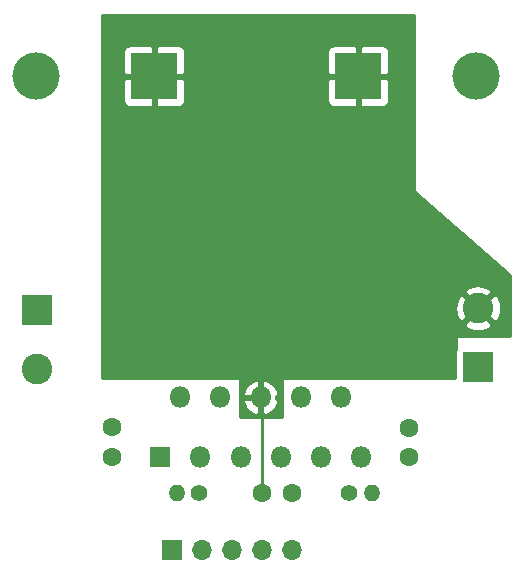
<source format=gtl>
G04 #@! TF.GenerationSoftware,KiCad,Pcbnew,(5.1.10)-1*
G04 #@! TF.CreationDate,2021-11-01T20:38:17+03:00*
G04 #@! TF.ProjectId,cmd_module_booster,636d645f-6d6f-4647-956c-655f626f6f73,rev?*
G04 #@! TF.SameCoordinates,Original*
G04 #@! TF.FileFunction,Copper,L1,Top*
G04 #@! TF.FilePolarity,Positive*
%FSLAX46Y46*%
G04 Gerber Fmt 4.6, Leading zero omitted, Abs format (unit mm)*
G04 Created by KiCad (PCBNEW (5.1.10)-1) date 2021-11-01 20:38:17*
%MOMM*%
%LPD*%
G01*
G04 APERTURE LIST*
G04 #@! TA.AperFunction,ComponentPad*
%ADD10O,1.700000X1.700000*%
G04 #@! TD*
G04 #@! TA.AperFunction,ComponentPad*
%ADD11R,1.700000X1.700000*%
G04 #@! TD*
G04 #@! TA.AperFunction,ComponentPad*
%ADD12C,2.600000*%
G04 #@! TD*
G04 #@! TA.AperFunction,ComponentPad*
%ADD13R,2.600000X2.600000*%
G04 #@! TD*
G04 #@! TA.AperFunction,ComponentPad*
%ADD14C,4.000000*%
G04 #@! TD*
G04 #@! TA.AperFunction,ComponentPad*
%ADD15R,4.000000X4.000000*%
G04 #@! TD*
G04 #@! TA.AperFunction,ComponentPad*
%ADD16O,1.800000X1.800000*%
G04 #@! TD*
G04 #@! TA.AperFunction,ComponentPad*
%ADD17R,1.800000X1.800000*%
G04 #@! TD*
G04 #@! TA.AperFunction,ComponentPad*
%ADD18O,1.400000X1.400000*%
G04 #@! TD*
G04 #@! TA.AperFunction,ComponentPad*
%ADD19C,1.400000*%
G04 #@! TD*
G04 #@! TA.AperFunction,ComponentPad*
%ADD20C,1.600000*%
G04 #@! TD*
G04 #@! TA.AperFunction,Conductor*
%ADD21C,0.250000*%
G04 #@! TD*
G04 #@! TA.AperFunction,Conductor*
%ADD22C,0.254000*%
G04 #@! TD*
G04 #@! TA.AperFunction,Conductor*
%ADD23C,0.150000*%
G04 #@! TD*
G04 APERTURE END LIST*
D10*
X119380000Y-156972000D03*
X116840000Y-156972000D03*
X114300000Y-156972000D03*
X111760000Y-156972000D03*
D11*
X109220000Y-156972000D03*
D12*
X135128000Y-136478000D03*
D13*
X135128000Y-141478000D03*
D14*
X97696000Y-116840000D03*
D15*
X107696000Y-116840000D03*
D14*
X134968000Y-116840000D03*
D15*
X124968000Y-116840000D03*
D16*
X125204000Y-149098000D03*
X123504000Y-144018000D03*
X121804000Y-149098000D03*
X120104000Y-144018000D03*
X118404000Y-149098000D03*
X116704000Y-144018000D03*
X115004000Y-149098000D03*
X113304000Y-144018000D03*
X111604000Y-149098000D03*
X109904000Y-144018000D03*
D17*
X108204000Y-149098000D03*
D18*
X109606000Y-152146000D03*
D19*
X111506000Y-152146000D03*
D18*
X126106000Y-152146000D03*
D19*
X124206000Y-152146000D03*
D12*
X97790000Y-141652000D03*
D13*
X97790000Y-136652000D03*
D20*
X129286000Y-146598000D03*
X129286000Y-149098000D03*
X104140000Y-149058000D03*
X104140000Y-146558000D03*
X119340000Y-152146000D03*
X116840000Y-152146000D03*
D21*
X116840000Y-144154000D02*
X116704000Y-144018000D01*
X116840000Y-152146000D02*
X116840000Y-144154000D01*
D22*
X129667000Y-130937000D02*
X103251000Y-130937000D01*
X103251000Y-118840000D01*
X105057928Y-118840000D01*
X105070188Y-118964482D01*
X105106498Y-119084180D01*
X105165463Y-119194494D01*
X105244815Y-119291185D01*
X105341506Y-119370537D01*
X105451820Y-119429502D01*
X105571518Y-119465812D01*
X105696000Y-119478072D01*
X107410250Y-119475000D01*
X107569000Y-119316250D01*
X107569000Y-116967000D01*
X107823000Y-116967000D01*
X107823000Y-119316250D01*
X107981750Y-119475000D01*
X109696000Y-119478072D01*
X109820482Y-119465812D01*
X109940180Y-119429502D01*
X110050494Y-119370537D01*
X110147185Y-119291185D01*
X110226537Y-119194494D01*
X110285502Y-119084180D01*
X110321812Y-118964482D01*
X110334072Y-118840000D01*
X122329928Y-118840000D01*
X122342188Y-118964482D01*
X122378498Y-119084180D01*
X122437463Y-119194494D01*
X122516815Y-119291185D01*
X122613506Y-119370537D01*
X122723820Y-119429502D01*
X122843518Y-119465812D01*
X122968000Y-119478072D01*
X124682250Y-119475000D01*
X124841000Y-119316250D01*
X124841000Y-116967000D01*
X125095000Y-116967000D01*
X125095000Y-119316250D01*
X125253750Y-119475000D01*
X126968000Y-119478072D01*
X127092482Y-119465812D01*
X127212180Y-119429502D01*
X127322494Y-119370537D01*
X127419185Y-119291185D01*
X127498537Y-119194494D01*
X127557502Y-119084180D01*
X127593812Y-118964482D01*
X127606072Y-118840000D01*
X127603000Y-117125750D01*
X127444250Y-116967000D01*
X125095000Y-116967000D01*
X124841000Y-116967000D01*
X122491750Y-116967000D01*
X122333000Y-117125750D01*
X122329928Y-118840000D01*
X110334072Y-118840000D01*
X110331000Y-117125750D01*
X110172250Y-116967000D01*
X107823000Y-116967000D01*
X107569000Y-116967000D01*
X105219750Y-116967000D01*
X105061000Y-117125750D01*
X105057928Y-118840000D01*
X103251000Y-118840000D01*
X103251000Y-114840000D01*
X105057928Y-114840000D01*
X105061000Y-116554250D01*
X105219750Y-116713000D01*
X107569000Y-116713000D01*
X107569000Y-114363750D01*
X107823000Y-114363750D01*
X107823000Y-116713000D01*
X110172250Y-116713000D01*
X110331000Y-116554250D01*
X110334072Y-114840000D01*
X122329928Y-114840000D01*
X122333000Y-116554250D01*
X122491750Y-116713000D01*
X124841000Y-116713000D01*
X124841000Y-114363750D01*
X125095000Y-114363750D01*
X125095000Y-116713000D01*
X127444250Y-116713000D01*
X127603000Y-116554250D01*
X127606072Y-114840000D01*
X127593812Y-114715518D01*
X127557502Y-114595820D01*
X127498537Y-114485506D01*
X127419185Y-114388815D01*
X127322494Y-114309463D01*
X127212180Y-114250498D01*
X127092482Y-114214188D01*
X126968000Y-114201928D01*
X125253750Y-114205000D01*
X125095000Y-114363750D01*
X124841000Y-114363750D01*
X124682250Y-114205000D01*
X122968000Y-114201928D01*
X122843518Y-114214188D01*
X122723820Y-114250498D01*
X122613506Y-114309463D01*
X122516815Y-114388815D01*
X122437463Y-114485506D01*
X122378498Y-114595820D01*
X122342188Y-114715518D01*
X122329928Y-114840000D01*
X110334072Y-114840000D01*
X110321812Y-114715518D01*
X110285502Y-114595820D01*
X110226537Y-114485506D01*
X110147185Y-114388815D01*
X110050494Y-114309463D01*
X109940180Y-114250498D01*
X109820482Y-114214188D01*
X109696000Y-114201928D01*
X107981750Y-114205000D01*
X107823000Y-114363750D01*
X107569000Y-114363750D01*
X107410250Y-114205000D01*
X105696000Y-114201928D01*
X105571518Y-114214188D01*
X105451820Y-114250498D01*
X105341506Y-114309463D01*
X105244815Y-114388815D01*
X105165463Y-114485506D01*
X105106498Y-114595820D01*
X105070188Y-114715518D01*
X105057928Y-114840000D01*
X103251000Y-114840000D01*
X103251000Y-111633000D01*
X129667000Y-111633000D01*
X129667000Y-130937000D01*
G04 #@! TA.AperFunction,Conductor*
D23*
G36*
X129667000Y-130937000D02*
G01*
X103251000Y-130937000D01*
X103251000Y-118840000D01*
X105057928Y-118840000D01*
X105070188Y-118964482D01*
X105106498Y-119084180D01*
X105165463Y-119194494D01*
X105244815Y-119291185D01*
X105341506Y-119370537D01*
X105451820Y-119429502D01*
X105571518Y-119465812D01*
X105696000Y-119478072D01*
X107410250Y-119475000D01*
X107569000Y-119316250D01*
X107569000Y-116967000D01*
X107823000Y-116967000D01*
X107823000Y-119316250D01*
X107981750Y-119475000D01*
X109696000Y-119478072D01*
X109820482Y-119465812D01*
X109940180Y-119429502D01*
X110050494Y-119370537D01*
X110147185Y-119291185D01*
X110226537Y-119194494D01*
X110285502Y-119084180D01*
X110321812Y-118964482D01*
X110334072Y-118840000D01*
X122329928Y-118840000D01*
X122342188Y-118964482D01*
X122378498Y-119084180D01*
X122437463Y-119194494D01*
X122516815Y-119291185D01*
X122613506Y-119370537D01*
X122723820Y-119429502D01*
X122843518Y-119465812D01*
X122968000Y-119478072D01*
X124682250Y-119475000D01*
X124841000Y-119316250D01*
X124841000Y-116967000D01*
X125095000Y-116967000D01*
X125095000Y-119316250D01*
X125253750Y-119475000D01*
X126968000Y-119478072D01*
X127092482Y-119465812D01*
X127212180Y-119429502D01*
X127322494Y-119370537D01*
X127419185Y-119291185D01*
X127498537Y-119194494D01*
X127557502Y-119084180D01*
X127593812Y-118964482D01*
X127606072Y-118840000D01*
X127603000Y-117125750D01*
X127444250Y-116967000D01*
X125095000Y-116967000D01*
X124841000Y-116967000D01*
X122491750Y-116967000D01*
X122333000Y-117125750D01*
X122329928Y-118840000D01*
X110334072Y-118840000D01*
X110331000Y-117125750D01*
X110172250Y-116967000D01*
X107823000Y-116967000D01*
X107569000Y-116967000D01*
X105219750Y-116967000D01*
X105061000Y-117125750D01*
X105057928Y-118840000D01*
X103251000Y-118840000D01*
X103251000Y-114840000D01*
X105057928Y-114840000D01*
X105061000Y-116554250D01*
X105219750Y-116713000D01*
X107569000Y-116713000D01*
X107569000Y-114363750D01*
X107823000Y-114363750D01*
X107823000Y-116713000D01*
X110172250Y-116713000D01*
X110331000Y-116554250D01*
X110334072Y-114840000D01*
X122329928Y-114840000D01*
X122333000Y-116554250D01*
X122491750Y-116713000D01*
X124841000Y-116713000D01*
X124841000Y-114363750D01*
X125095000Y-114363750D01*
X125095000Y-116713000D01*
X127444250Y-116713000D01*
X127603000Y-116554250D01*
X127606072Y-114840000D01*
X127593812Y-114715518D01*
X127557502Y-114595820D01*
X127498537Y-114485506D01*
X127419185Y-114388815D01*
X127322494Y-114309463D01*
X127212180Y-114250498D01*
X127092482Y-114214188D01*
X126968000Y-114201928D01*
X125253750Y-114205000D01*
X125095000Y-114363750D01*
X124841000Y-114363750D01*
X124682250Y-114205000D01*
X122968000Y-114201928D01*
X122843518Y-114214188D01*
X122723820Y-114250498D01*
X122613506Y-114309463D01*
X122516815Y-114388815D01*
X122437463Y-114485506D01*
X122378498Y-114595820D01*
X122342188Y-114715518D01*
X122329928Y-114840000D01*
X110334072Y-114840000D01*
X110321812Y-114715518D01*
X110285502Y-114595820D01*
X110226537Y-114485506D01*
X110147185Y-114388815D01*
X110050494Y-114309463D01*
X109940180Y-114250498D01*
X109820482Y-114214188D01*
X109696000Y-114201928D01*
X107981750Y-114205000D01*
X107823000Y-114363750D01*
X107569000Y-114363750D01*
X107410250Y-114205000D01*
X105696000Y-114201928D01*
X105571518Y-114214188D01*
X105451820Y-114250498D01*
X105341506Y-114309463D01*
X105244815Y-114388815D01*
X105165463Y-114485506D01*
X105106498Y-114595820D01*
X105070188Y-114715518D01*
X105057928Y-114840000D01*
X103251000Y-114840000D01*
X103251000Y-111633000D01*
X129667000Y-111633000D01*
X129667000Y-130937000D01*
G37*
G04 #@! TD.AperFunction*
D22*
X118237000Y-143890998D02*
X118074379Y-143890998D01*
X118195036Y-143653260D01*
X118146394Y-143492893D01*
X118016236Y-143221586D01*
X117835649Y-142980884D01*
X117611573Y-142780038D01*
X117352620Y-142626766D01*
X117068741Y-142526959D01*
X116831000Y-142647008D01*
X116831000Y-143891000D01*
X116851000Y-143891000D01*
X116851000Y-144145000D01*
X116831000Y-144145000D01*
X116831000Y-145388992D01*
X117068741Y-145509041D01*
X117352620Y-145409234D01*
X117611573Y-145255962D01*
X117835649Y-145055116D01*
X118016236Y-144814414D01*
X118146394Y-144543107D01*
X118195036Y-144382740D01*
X118074379Y-144145002D01*
X118237000Y-144145002D01*
X118237000Y-145669000D01*
X114935000Y-145669000D01*
X114935000Y-144382740D01*
X115212964Y-144382740D01*
X115261606Y-144543107D01*
X115391764Y-144814414D01*
X115572351Y-145055116D01*
X115796427Y-145255962D01*
X116055380Y-145409234D01*
X116339259Y-145509041D01*
X116577000Y-145388992D01*
X116577000Y-144145000D01*
X115333622Y-144145000D01*
X115212964Y-144382740D01*
X114935000Y-144382740D01*
X114935000Y-143653260D01*
X115212964Y-143653260D01*
X115333622Y-143891000D01*
X116577000Y-143891000D01*
X116577000Y-142647008D01*
X116339259Y-142526959D01*
X116055380Y-142626766D01*
X115796427Y-142780038D01*
X115572351Y-142980884D01*
X115391764Y-143221586D01*
X115261606Y-143492893D01*
X115212964Y-143653260D01*
X114935000Y-143653260D01*
X114935000Y-123063000D01*
X118237000Y-123063000D01*
X118237000Y-143890998D01*
G04 #@! TA.AperFunction,Conductor*
D23*
G36*
X118237000Y-143890998D02*
G01*
X118074379Y-143890998D01*
X118195036Y-143653260D01*
X118146394Y-143492893D01*
X118016236Y-143221586D01*
X117835649Y-142980884D01*
X117611573Y-142780038D01*
X117352620Y-142626766D01*
X117068741Y-142526959D01*
X116831000Y-142647008D01*
X116831000Y-143891000D01*
X116851000Y-143891000D01*
X116851000Y-144145000D01*
X116831000Y-144145000D01*
X116831000Y-145388992D01*
X117068741Y-145509041D01*
X117352620Y-145409234D01*
X117611573Y-145255962D01*
X117835649Y-145055116D01*
X118016236Y-144814414D01*
X118146394Y-144543107D01*
X118195036Y-144382740D01*
X118074379Y-144145002D01*
X118237000Y-144145002D01*
X118237000Y-145669000D01*
X114935000Y-145669000D01*
X114935000Y-144382740D01*
X115212964Y-144382740D01*
X115261606Y-144543107D01*
X115391764Y-144814414D01*
X115572351Y-145055116D01*
X115796427Y-145255962D01*
X116055380Y-145409234D01*
X116339259Y-145509041D01*
X116577000Y-145388992D01*
X116577000Y-144145000D01*
X115333622Y-144145000D01*
X115212964Y-144382740D01*
X114935000Y-144382740D01*
X114935000Y-143653260D01*
X115212964Y-143653260D01*
X115333622Y-143891000D01*
X116577000Y-143891000D01*
X116577000Y-142647008D01*
X116339259Y-142526959D01*
X116055380Y-142626766D01*
X115796427Y-142780038D01*
X115572351Y-142980884D01*
X115391764Y-143221586D01*
X115261606Y-143492893D01*
X115212964Y-143653260D01*
X114935000Y-143653260D01*
X114935000Y-123063000D01*
X118237000Y-123063000D01*
X118237000Y-143890998D01*
G37*
G04 #@! TD.AperFunction*
D22*
X118491000Y-145669000D02*
X117983000Y-145669000D01*
X117983000Y-144858714D01*
X118016236Y-144814414D01*
X118146394Y-144543107D01*
X118195036Y-144382740D01*
X118074378Y-144145000D01*
X117983000Y-144145000D01*
X117983000Y-143891000D01*
X118074378Y-143891000D01*
X118195036Y-143653260D01*
X118146394Y-143492893D01*
X118016236Y-143221586D01*
X117983000Y-143177286D01*
X117983000Y-127381000D01*
X118491000Y-127381000D01*
X118491000Y-145669000D01*
G04 #@! TA.AperFunction,Conductor*
D23*
G36*
X118491000Y-145669000D02*
G01*
X117983000Y-145669000D01*
X117983000Y-144858714D01*
X118016236Y-144814414D01*
X118146394Y-144543107D01*
X118195036Y-144382740D01*
X118074378Y-144145000D01*
X117983000Y-144145000D01*
X117983000Y-143891000D01*
X118074378Y-143891000D01*
X118195036Y-143653260D01*
X118146394Y-143492893D01*
X118016236Y-143221586D01*
X117983000Y-143177286D01*
X117983000Y-127381000D01*
X118491000Y-127381000D01*
X118491000Y-145669000D01*
G37*
G04 #@! TD.AperFunction*
D22*
X137795000Y-133661628D02*
X137795000Y-138811000D01*
X133656606Y-138811000D01*
X132672830Y-137827224D01*
X133958381Y-137827224D01*
X134090317Y-138122312D01*
X134431045Y-138293159D01*
X134798557Y-138394250D01*
X135178729Y-138421701D01*
X135556951Y-138374457D01*
X135918690Y-138254333D01*
X136165683Y-138122312D01*
X136297619Y-137827224D01*
X135128000Y-136657605D01*
X133958381Y-137827224D01*
X132672830Y-137827224D01*
X131374335Y-136528729D01*
X133184299Y-136528729D01*
X133231543Y-136906951D01*
X133351667Y-137268690D01*
X133483688Y-137515683D01*
X133778776Y-137647619D01*
X134948395Y-136478000D01*
X135307605Y-136478000D01*
X136477224Y-137647619D01*
X136772312Y-137515683D01*
X136943159Y-137174955D01*
X137044250Y-136807443D01*
X137071701Y-136427271D01*
X137024457Y-136049049D01*
X136904333Y-135687310D01*
X136772312Y-135440317D01*
X136477224Y-135308381D01*
X135307605Y-136478000D01*
X134948395Y-136478000D01*
X133778776Y-135308381D01*
X133483688Y-135440317D01*
X133312841Y-135781045D01*
X133211750Y-136148557D01*
X133184299Y-136528729D01*
X131374335Y-136528729D01*
X129974382Y-135128776D01*
X133958381Y-135128776D01*
X135128000Y-136298395D01*
X136297619Y-135128776D01*
X136165683Y-134833688D01*
X135824955Y-134662841D01*
X135457443Y-134561750D01*
X135077271Y-134534299D01*
X134699049Y-134581543D01*
X134337310Y-134701667D01*
X134090317Y-134833688D01*
X133958381Y-135128776D01*
X129974382Y-135128776D01*
X125874559Y-131028953D01*
X127823987Y-124936992D01*
X137795000Y-133661628D01*
G04 #@! TA.AperFunction,Conductor*
D23*
G36*
X137795000Y-133661628D02*
G01*
X137795000Y-138811000D01*
X133656606Y-138811000D01*
X132672830Y-137827224D01*
X133958381Y-137827224D01*
X134090317Y-138122312D01*
X134431045Y-138293159D01*
X134798557Y-138394250D01*
X135178729Y-138421701D01*
X135556951Y-138374457D01*
X135918690Y-138254333D01*
X136165683Y-138122312D01*
X136297619Y-137827224D01*
X135128000Y-136657605D01*
X133958381Y-137827224D01*
X132672830Y-137827224D01*
X131374335Y-136528729D01*
X133184299Y-136528729D01*
X133231543Y-136906951D01*
X133351667Y-137268690D01*
X133483688Y-137515683D01*
X133778776Y-137647619D01*
X134948395Y-136478000D01*
X135307605Y-136478000D01*
X136477224Y-137647619D01*
X136772312Y-137515683D01*
X136943159Y-137174955D01*
X137044250Y-136807443D01*
X137071701Y-136427271D01*
X137024457Y-136049049D01*
X136904333Y-135687310D01*
X136772312Y-135440317D01*
X136477224Y-135308381D01*
X135307605Y-136478000D01*
X134948395Y-136478000D01*
X133778776Y-135308381D01*
X133483688Y-135440317D01*
X133312841Y-135781045D01*
X133211750Y-136148557D01*
X133184299Y-136528729D01*
X131374335Y-136528729D01*
X129974382Y-135128776D01*
X133958381Y-135128776D01*
X135128000Y-136298395D01*
X136297619Y-135128776D01*
X136165683Y-134833688D01*
X135824955Y-134662841D01*
X135457443Y-134561750D01*
X135077271Y-134534299D01*
X134699049Y-134581543D01*
X134337310Y-134701667D01*
X134090317Y-134833688D01*
X133958381Y-135128776D01*
X129974382Y-135128776D01*
X125874559Y-131028953D01*
X127823987Y-124936992D01*
X137795000Y-133661628D01*
G37*
G04 #@! TD.AperFunction*
D22*
X127889000Y-142367000D02*
X103251000Y-142367000D01*
X103251000Y-122047000D01*
X127889000Y-122047000D01*
X127889000Y-142367000D01*
G04 #@! TA.AperFunction,Conductor*
D23*
G36*
X127889000Y-142367000D02*
G01*
X103251000Y-142367000D01*
X103251000Y-122047000D01*
X127889000Y-122047000D01*
X127889000Y-142367000D01*
G37*
G04 #@! TD.AperFunction*
D22*
X133223000Y-136107658D02*
X133211750Y-136148557D01*
X133184299Y-136528729D01*
X133223000Y-136838558D01*
X133223000Y-139984910D01*
X133202188Y-140053518D01*
X133189928Y-140178000D01*
X133189928Y-142367000D01*
X125857000Y-142367000D01*
X125857000Y-131953000D01*
X133223000Y-131953000D01*
X133223000Y-136107658D01*
G04 #@! TA.AperFunction,Conductor*
D23*
G36*
X133223000Y-136107658D02*
G01*
X133211750Y-136148557D01*
X133184299Y-136528729D01*
X133223000Y-136838558D01*
X133223000Y-139984910D01*
X133202188Y-140053518D01*
X133189928Y-140178000D01*
X133189928Y-142367000D01*
X125857000Y-142367000D01*
X125857000Y-131953000D01*
X133223000Y-131953000D01*
X133223000Y-136107658D01*
G37*
G04 #@! TD.AperFunction*
D22*
X137795000Y-138811000D02*
X132715000Y-138811000D01*
X132715000Y-137827224D01*
X133958381Y-137827224D01*
X134090317Y-138122312D01*
X134431045Y-138293159D01*
X134798557Y-138394250D01*
X135178729Y-138421701D01*
X135556951Y-138374457D01*
X135918690Y-138254333D01*
X136165683Y-138122312D01*
X136297619Y-137827224D01*
X135128000Y-136657605D01*
X133958381Y-137827224D01*
X132715000Y-137827224D01*
X132715000Y-136528729D01*
X133184299Y-136528729D01*
X133231543Y-136906951D01*
X133351667Y-137268690D01*
X133483688Y-137515683D01*
X133778776Y-137647619D01*
X134948395Y-136478000D01*
X135307605Y-136478000D01*
X136477224Y-137647619D01*
X136772312Y-137515683D01*
X136943159Y-137174955D01*
X137044250Y-136807443D01*
X137071701Y-136427271D01*
X137024457Y-136049049D01*
X136904333Y-135687310D01*
X136772312Y-135440317D01*
X136477224Y-135308381D01*
X135307605Y-136478000D01*
X134948395Y-136478000D01*
X133778776Y-135308381D01*
X133483688Y-135440317D01*
X133312841Y-135781045D01*
X133211750Y-136148557D01*
X133184299Y-136528729D01*
X132715000Y-136528729D01*
X132715000Y-135128776D01*
X133958381Y-135128776D01*
X135128000Y-136298395D01*
X136297619Y-135128776D01*
X136165683Y-134833688D01*
X135824955Y-134662841D01*
X135457443Y-134561750D01*
X135077271Y-134534299D01*
X134699049Y-134581543D01*
X134337310Y-134701667D01*
X134090317Y-134833688D01*
X133958381Y-135128776D01*
X132715000Y-135128776D01*
X132715000Y-133731000D01*
X137795000Y-133731000D01*
X137795000Y-138811000D01*
G04 #@! TA.AperFunction,Conductor*
D23*
G36*
X137795000Y-138811000D02*
G01*
X132715000Y-138811000D01*
X132715000Y-137827224D01*
X133958381Y-137827224D01*
X134090317Y-138122312D01*
X134431045Y-138293159D01*
X134798557Y-138394250D01*
X135178729Y-138421701D01*
X135556951Y-138374457D01*
X135918690Y-138254333D01*
X136165683Y-138122312D01*
X136297619Y-137827224D01*
X135128000Y-136657605D01*
X133958381Y-137827224D01*
X132715000Y-137827224D01*
X132715000Y-136528729D01*
X133184299Y-136528729D01*
X133231543Y-136906951D01*
X133351667Y-137268690D01*
X133483688Y-137515683D01*
X133778776Y-137647619D01*
X134948395Y-136478000D01*
X135307605Y-136478000D01*
X136477224Y-137647619D01*
X136772312Y-137515683D01*
X136943159Y-137174955D01*
X137044250Y-136807443D01*
X137071701Y-136427271D01*
X137024457Y-136049049D01*
X136904333Y-135687310D01*
X136772312Y-135440317D01*
X136477224Y-135308381D01*
X135307605Y-136478000D01*
X134948395Y-136478000D01*
X133778776Y-135308381D01*
X133483688Y-135440317D01*
X133312841Y-135781045D01*
X133211750Y-136148557D01*
X133184299Y-136528729D01*
X132715000Y-136528729D01*
X132715000Y-135128776D01*
X133958381Y-135128776D01*
X135128000Y-136298395D01*
X136297619Y-135128776D01*
X136165683Y-134833688D01*
X135824955Y-134662841D01*
X135457443Y-134561750D01*
X135077271Y-134534299D01*
X134699049Y-134581543D01*
X134337310Y-134701667D01*
X134090317Y-134833688D01*
X133958381Y-135128776D01*
X132715000Y-135128776D01*
X132715000Y-133731000D01*
X137795000Y-133731000D01*
X137795000Y-138811000D01*
G37*
G04 #@! TD.AperFunction*
M02*

</source>
